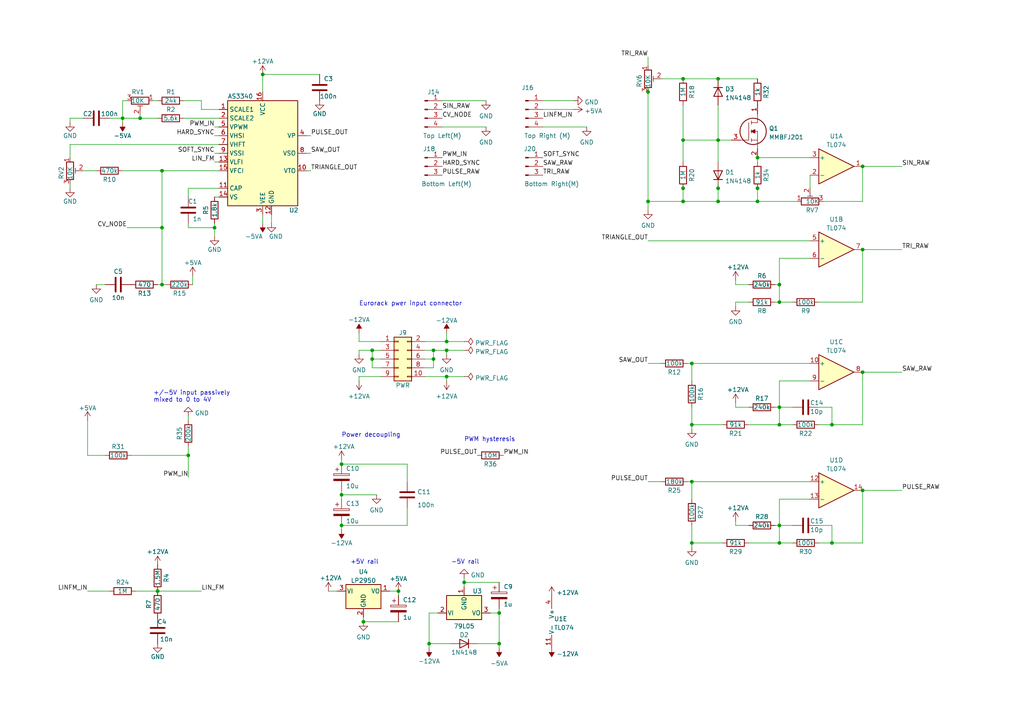
<source format=kicad_sch>
(kicad_sch (version 20211123) (generator eeschema)
  (paper "A4")
  (lib_symbols
    (symbol "Amplifier_Operational:TL074" (pin_names (offset 0.127))
      (property "Reference" "U" (at 0 5.08 0))
      (property "Value" "TL074" (at 0 -5.08 0))
      (symbol "TL074_1_1"
        (polyline (pts (xy -5.08 5.08) (xy 5.08 0) (xy -5.08 -5.08) (xy -5.08 5.08)) (stroke (width 0.254)) (fill (type background)))
        (pin output line (at 7.62 0 180) (length 2.54) (name "~") (number "1"))
        (pin input line (at -7.62 -2.54 0) (length 2.54) (name "-") (number "2"))
        (pin input line (at -7.62 2.54 0) (length 2.54) (name "+") (number "3"))
      )
      (symbol "TL074_2_1"
        (polyline (pts (xy -5.08 5.08) (xy 5.08 0) (xy -5.08 -5.08) (xy -5.08 5.08)) (stroke (width 0.254)) (fill (type background)))
        (pin input line (at -7.62 2.54 0) (length 2.54) (name "+") (number "5"))
        (pin input line (at -7.62 -2.54 0) (length 2.54) (name "-") (number "6"))
        (pin output line (at 7.62 0 180) (length 2.54) (name "~") (number "7"))
      )
      (symbol "TL074_3_1"
        (polyline (pts (xy -5.08 5.08) (xy 5.08 0) (xy -5.08 -5.08) (xy -5.08 5.08)) (stroke (width 0.254)) (fill (type background)))
        (pin input line (at -7.62 2.54 0) (length 2.54) (name "+") (number "10"))
        (pin output line (at 7.62 0 180) (length 2.54) (name "~") (number "8"))
        (pin input line (at -7.62 -2.54 0) (length 2.54) (name "-") (number "9"))
      )
      (symbol "TL074_4_1"
        (polyline (pts (xy -5.08 5.08) (xy 5.08 0) (xy -5.08 -5.08) (xy -5.08 5.08)) (stroke (width 0.254)) (fill (type background)))
        (pin input line (at -7.62 2.54 0) (length 2.54) (name "+") (number "12"))
        (pin input line (at -7.62 -2.54 0) (length 2.54) (name "-") (number "13"))
        (pin output line (at 7.62 0 180) (length 2.54) (name "~") (number "14"))
      )
      (symbol "TL074_5_1"
        (pin power_in line (at -2.54 -7.62 90) (length 3.81) (name "V-") (number "11"))
        (pin power_in line (at -2.54 7.62 270) (length 3.81) (name "V+") (number "4"))
      )
    )
    (symbol "Audio:AS3340"
      (property "Reference" "U" (at -5.08 17.78 0))
      (property "Value" "AS3340" (at 5.08 17.78 0))
      (symbol "AS3340_0_1"
        (rectangle (start -10.16 15.24) (end 10.16 -15.24) (stroke (width 0.254)) (fill (type background)))
      )
      (symbol "AS3340_1_1"
        (pin input line (at -12.7 12.7 0) (length 2.54) (name "SCALE1") (number "1"))
        (pin output line (at 12.7 -5.08 180) (length 2.54) (name "VTO") (number "10"))
        (pin passive line (at -12.7 -10.16 0) (length 2.54) (name "CAP") (number "11"))
        (pin power_in line (at 2.54 -17.78 90) (length 2.54) (name "GND") (number "12"))
        (pin input line (at -12.7 -2.54 0) (length 2.54) (name "VLFI") (number "13"))
        (pin passive line (at -12.7 -12.7 0) (length 2.54) (name "VS") (number "14"))
        (pin input line (at -12.7 -5.08 0) (length 2.54) (name "VFCI") (number "15"))
        (pin power_in line (at 0 17.78 270) (length 2.54) (name "VCC") (number "16"))
        (pin input line (at -12.7 10.16 0) (length 2.54) (name "SCALE2") (number "2"))
        (pin power_in line (at 0 -17.78 90) (length 2.54) (name "VEE") (number "3"))
        (pin output line (at 12.7 5.08 180) (length 2.54) (name "VP") (number "4"))
        (pin input line (at -12.7 7.62 0) (length 2.54) (name "VPWM") (number "5"))
        (pin input line (at -12.7 5.08 0) (length 2.54) (name "VHSI") (number "6"))
        (pin input line (at -12.7 2.54 0) (length 2.54) (name "VHFT") (number "7"))
        (pin output line (at 12.7 0 180) (length 2.54) (name "VSO") (number "8"))
        (pin input line (at -12.7 0 0) (length 2.54) (name "VSSI") (number "9"))
      )
    )
    (symbol "Connector:Conn_01x03_Male" (pin_names (offset 1.016) hide)
      (property "Reference" "J" (at 0 5.08 0))
      (property "Value" "Conn_01x03_Male" (at 0 -5.08 0))
      (symbol "Conn_01x03_Male_1_1"
        (polyline (pts (xy 1.27 -2.54) (xy 0.8636 -2.54)) (stroke (width 0.1524)))
        (polyline (pts (xy 1.27 0) (xy 0.8636 0)) (stroke (width 0.1524)))
        (polyline (pts (xy 1.27 2.54) (xy 0.8636 2.54)) (stroke (width 0.1524)))
        (rectangle (start 0.8636 -2.413) (end 0 -2.667) (stroke (width 0.1524)) (fill (type outline)))
        (rectangle (start 0.8636 0.127) (end 0 -0.127) (stroke (width 0.1524)) (fill (type outline)))
        (rectangle (start 0.8636 2.667) (end 0 2.413) (stroke (width 0.1524)) (fill (type outline)))
        (pin passive line (at 5.08 2.54 180) (length 3.81) (name "Pin_1") (number "1"))
        (pin passive line (at 5.08 0 180) (length 3.81) (name "Pin_2") (number "2"))
        (pin passive line (at 5.08 -2.54 180) (length 3.81) (name "Pin_3") (number "3"))
      )
    )
    (symbol "Connector:Conn_01x04_Male" (pin_names (offset 1.016) hide)
      (property "Reference" "J" (at 0 5.08 0))
      (property "Value" "Conn_01x04_Male" (at 0 -7.62 0))
      (symbol "Conn_01x04_Male_1_1"
        (polyline (pts (xy 1.27 -5.08) (xy 0.8636 -5.08)) (stroke (width 0.1524)))
        (polyline (pts (xy 1.27 -2.54) (xy 0.8636 -2.54)) (stroke (width 0.1524)))
        (polyline (pts (xy 1.27 0) (xy 0.8636 0)) (stroke (width 0.1524)))
        (polyline (pts (xy 1.27 2.54) (xy 0.8636 2.54)) (stroke (width 0.1524)))
        (rectangle (start 0.8636 -4.953) (end 0 -5.207) (stroke (width 0.1524)) (fill (type outline)))
        (rectangle (start 0.8636 -2.413) (end 0 -2.667) (stroke (width 0.1524)) (fill (type outline)))
        (rectangle (start 0.8636 0.127) (end 0 -0.127) (stroke (width 0.1524)) (fill (type outline)))
        (rectangle (start 0.8636 2.667) (end 0 2.413) (stroke (width 0.1524)) (fill (type outline)))
        (pin passive line (at 5.08 2.54 180) (length 3.81) (name "Pin_1") (number "1"))
        (pin passive line (at 5.08 0 180) (length 3.81) (name "Pin_2") (number "2"))
        (pin passive line (at 5.08 -2.54 180) (length 3.81) (name "Pin_3") (number "3"))
        (pin passive line (at 5.08 -5.08 180) (length 3.81) (name "Pin_4") (number "4"))
      )
    )
    (symbol "Connector_Generic:Conn_02x05_Odd_Even" (pin_names (offset 1.016) hide)
      (property "Reference" "J" (at 1.27 7.62 0))
      (property "Value" "Conn_02x05_Odd_Even" (at 1.27 -7.62 0))
      (symbol "Conn_02x05_Odd_Even_1_1"
        (rectangle (start -1.27 -4.953) (end 0 -5.207) (stroke (width 0.1524)))
        (rectangle (start -1.27 -2.413) (end 0 -2.667) (stroke (width 0.1524)))
        (rectangle (start -1.27 0.127) (end 0 -0.127) (stroke (width 0.1524)))
        (rectangle (start -1.27 2.667) (end 0 2.413) (stroke (width 0.1524)))
        (rectangle (start -1.27 5.207) (end 0 4.953) (stroke (width 0.1524)))
        (rectangle (start -1.27 6.35) (end 3.81 -6.35) (stroke (width 0.254)) (fill (type background)))
        (rectangle (start 3.81 -4.953) (end 2.54 -5.207) (stroke (width 0.1524)))
        (rectangle (start 3.81 -2.413) (end 2.54 -2.667) (stroke (width 0.1524)))
        (rectangle (start 3.81 0.127) (end 2.54 -0.127) (stroke (width 0.1524)))
        (rectangle (start 3.81 2.667) (end 2.54 2.413) (stroke (width 0.1524)))
        (rectangle (start 3.81 5.207) (end 2.54 4.953) (stroke (width 0.1524)))
        (pin passive line (at -5.08 5.08 0) (length 3.81) (name "Pin_1") (number "1"))
        (pin passive line (at 7.62 -5.08 180) (length 3.81) (name "Pin_10") (number "10"))
        (pin passive line (at 7.62 5.08 180) (length 3.81) (name "Pin_2") (number "2"))
        (pin passive line (at -5.08 2.54 0) (length 3.81) (name "Pin_3") (number "3"))
        (pin passive line (at 7.62 2.54 180) (length 3.81) (name "Pin_4") (number "4"))
        (pin passive line (at -5.08 0 0) (length 3.81) (name "Pin_5") (number "5"))
        (pin passive line (at 7.62 0 180) (length 3.81) (name "Pin_6") (number "6"))
        (pin passive line (at -5.08 -2.54 0) (length 3.81) (name "Pin_7") (number "7"))
        (pin passive line (at 7.62 -2.54 180) (length 3.81) (name "Pin_8") (number "8"))
        (pin passive line (at -5.08 -5.08 0) (length 3.81) (name "Pin_9") (number "9"))
      )
    )
    (symbol "Device:C" (pin_numbers hide) (pin_names (offset 0.254))
      (property "Reference" "C" (at 0.635 2.54 0))
      (property "Value" "C" (at 0.635 -2.54 0))
      (symbol "C_0_1"
        (polyline (pts (xy -2.032 -0.762) (xy 2.032 -0.762)) (stroke (width 0.508)))
        (polyline (pts (xy -2.032 0.762) (xy 2.032 0.762)) (stroke (width 0.508)))
      )
      (symbol "C_1_1"
        (pin passive line (at 0 3.81 270) (length 2.794) (name "~") (number "1"))
        (pin passive line (at 0 -3.81 90) (length 2.794) (name "~") (number "2"))
      )
    )
    (symbol "Device:C_Polarized" (pin_numbers hide) (pin_names (offset 0.254))
      (property "Reference" "C" (at 0.635 2.54 0))
      (property "Value" "C_Polarized" (at 0.635 -2.54 0))
      (symbol "C_Polarized_0_1"
        (rectangle (start -2.286 0.508) (end 2.286 1.016))
        (polyline (pts (xy -1.778 2.286) (xy -0.762 2.286)))
        (polyline (pts (xy -1.27 2.794) (xy -1.27 1.778)))
        (rectangle (start 2.286 -0.508) (end -2.286 -1.016) (fill (type outline)))
      )
      (symbol "C_Polarized_1_1"
        (pin passive line (at 0 3.81 270) (length 2.794) (name "~") (number "1"))
        (pin passive line (at 0 -3.81 90) (length 2.794) (name "~") (number "2"))
      )
    )
    (symbol "Device:R" (pin_numbers hide) (pin_names (offset 0))
      (property "Reference" "R" (at 2.032 0 90))
      (property "Value" "R" (at 0 0 90))
      (symbol "R_0_1"
        (rectangle (start -1.016 -2.54) (end 1.016 2.54) (stroke (width 0.254)))
      )
      (symbol "R_1_1"
        (pin passive line (at 0 3.81 270) (length 1.27) (name "~") (number "1"))
        (pin passive line (at 0 -3.81 90) (length 1.27) (name "~") (number "2"))
      )
    )
    (symbol "Device:R_Potentiometer_Trim" (pin_names (offset 1.016) hide)
      (property "Reference" "RV" (at -4.445 0 90))
      (property "Value" "R_Potentiometer_Trim" (at -2.54 0 90))
      (symbol "R_Potentiometer_Trim_0_1"
        (polyline (pts (xy 1.524 0.762) (xy 1.524 -0.762)))
        (polyline (pts (xy 2.54 0) (xy 1.524 0)))
        (rectangle (start 1.016 2.54) (end -1.016 -2.54) (stroke (width 0.254)))
      )
      (symbol "R_Potentiometer_Trim_1_1"
        (pin passive line (at 0 3.81 270) (length 1.27) (name "1") (number "1"))
        (pin passive line (at 3.81 0 180) (length 1.27) (name "2") (number "2"))
        (pin passive line (at 0 -3.81 90) (length 1.27) (name "3") (number "3"))
      )
    )
    (symbol "Diode:1N4148" (pin_numbers hide) (pin_names (offset 1.016) hide)
      (property "Reference" "D" (at 0 2.54 0))
      (property "Value" "1N4148" (at 0 -2.54 0))
      (symbol "1N4148_0_1"
        (polyline (pts (xy -1.27 1.27) (xy -1.27 -1.27)) (stroke (width 0.254)))
        (polyline (pts (xy 1.27 0) (xy -1.27 0)))
        (polyline (pts (xy 1.27 1.27) (xy 1.27 -1.27) (xy -1.27 0) (xy 1.27 1.27)) (stroke (width 0.254)))
      )
      (symbol "1N4148_1_1"
        (pin passive line (at -3.81 0 0) (length 2.54) (name "K") (number "1"))
        (pin passive line (at 3.81 0 180) (length 2.54) (name "A") (number "2"))
      )
    )
    (symbol "Regulator_Linear:L79L05_TO92" (pin_names (offset 0.254))
      (property "Reference" "U" (at -3.81 -3.175 0))
      (property "Value" "L79L05_TO92" (at 0 -3.175 0))
      (symbol "L79L05_TO92_0_1"
        (rectangle (start -5.08 5.08) (end 5.08 -1.905) (stroke (width 0.254)) (fill (type background)))
      )
      (symbol "L79L05_TO92_1_1"
        (pin power_in line (at 0 7.62 270) (length 2.54) (name "GND") (number "1"))
        (pin power_in line (at -7.62 0 0) (length 2.54) (name "VI") (number "2"))
        (pin power_out line (at 7.62 0 180) (length 2.54) (name "VO") (number "3"))
      )
    )
    (symbol "Regulator_Linear:LP2950-3.0_TO92" (pin_names (offset 0.254))
      (property "Reference" "U" (at -3.81 3.175 0))
      (property "Value" "LP2950-3.0_TO92" (at 0 3.175 0))
      (symbol "LP2950-3.0_TO92_0_1"
        (rectangle (start -5.08 -5.08) (end 5.08 1.905) (stroke (width 0.254)) (fill (type background)))
      )
      (symbol "LP2950-3.0_TO92_1_1"
        (pin power_out line (at 7.62 0 180) (length 2.54) (name "VO") (number "1"))
        (pin power_in line (at 0 -7.62 90) (length 2.54) (name "GND") (number "2"))
        (pin power_in line (at -7.62 0 0) (length 2.54) (name "VI") (number "3"))
      )
    )
    (symbol "SamacSys_Parts:MMBFJ201" (pin_names (offset 0.762))
      (property "Reference" "Q" (at 11.43 3.81 0))
      (property "Value" "MMBFJ201" (at 11.43 1.27 0))
      (symbol "MMBFJ201_0_0"
        (pin passive line (at 7.62 10.16 270) (length 2.54) (name "~") (number "1"))
        (pin passive line (at 7.62 -5.08 90) (length 2.54) (name "~") (number "2"))
        (pin passive line (at 0 0 0) (length 2.54) (name "~") (number "3"))
      )
      (symbol "MMBFJ201_0_1"
        (polyline (pts (xy 5.842 -0.508) (xy 5.842 0.508)) (stroke (width 0.1524)))
        (polyline (pts (xy 5.842 0) (xy 7.62 0)) (stroke (width 0.1524)))
        (polyline (pts (xy 5.842 2.032) (xy 5.842 3.048)) (stroke (width 0.1524)))
        (polyline (pts (xy 5.842 5.588) (xy 5.842 4.572)) (stroke (width 0.1524)))
        (polyline (pts (xy 7.62 2.54) (xy 5.842 2.54)) (stroke (width 0.1524)))
        (polyline (pts (xy 7.62 2.54) (xy 7.62 -2.54)) (stroke (width 0.1524)))
        (polyline (pts (xy 7.62 5.08) (xy 5.842 5.08)) (stroke (width 0.1524)))
        (polyline (pts (xy 7.62 5.08) (xy 7.62 7.62)) (stroke (width 0.1524)))
        (polyline (pts (xy 2.54 0) (xy 5.08 0) (xy 5.08 5.08)) (stroke (width 0.1524)))
        (polyline (pts (xy 5.842 2.54) (xy 6.858 3.048) (xy 6.858 2.032) (xy 5.842 2.54)) (stroke (width 0.254)) (fill (type outline)))
        (circle (center 6.35 2.54) (radius 3.81) (stroke (width 0.254)))
      )
    )
    (symbol "power:+12VA" (power) (pin_names (offset 0))
      (property "Value" "+12VA" (at 0 3.556 0))
      (symbol "+12VA_0_1"
        (polyline (pts (xy -0.762 1.27) (xy 0 2.54)))
        (polyline (pts (xy 0 0) (xy 0 2.54)))
        (polyline (pts (xy 0 2.54) (xy 0.762 1.27)))
      )
      (symbol "+12VA_1_1"
        (pin power_in line (at 0 0 90) (length 0) hide (name "+12VA") (number "1"))
      )
    )
    (symbol "power:+5VA" (power) (pin_names (offset 0))
      (property "Value" "+5VA" (at 0 3.556 0))
      (symbol "+5VA_0_1"
        (polyline (pts (xy -0.762 1.27) (xy 0 2.54)))
        (polyline (pts (xy 0 0) (xy 0 2.54)))
        (polyline (pts (xy 0 2.54) (xy 0.762 1.27)))
      )
      (symbol "+5VA_1_1"
        (pin power_in line (at 0 0 90) (length 0) hide (name "+5VA") (number "1"))
      )
    )
    (symbol "power:-12VA" (power) (pin_names (offset 0))
      (property "Value" "-12VA" (at 0 3.556 0))
      (symbol "-12VA_0_0"
        (pin power_in line (at 0 0 90) (length 0) hide (name "-12VA") (number "1"))
      )
      (symbol "-12VA_0_1"
        (polyline (pts (xy 0 0) (xy 0 1.27) (xy 0.762 1.27) (xy 0 2.54) (xy -0.762 1.27) (xy 0 1.27)) (fill (type outline)))
      )
    )
    (symbol "power:-5VA" (power) (pin_names (offset 0))
      (property "Value" "-5VA" (at 0 3.81 0))
      (symbol "-5VA_0_0"
        (pin power_in line (at 0 0 90) (length 0) hide (name "-5VA") (number "1"))
      )
      (symbol "-5VA_0_1"
        (polyline (pts (xy 0 0) (xy 0 1.27) (xy 0.762 1.27) (xy 0 2.54) (xy -0.762 1.27) (xy 0 1.27)) (fill (type outline)))
      )
    )
    (symbol "power:GND" (power) (pin_names (offset 0))
      (property "Value" "GND" (at 0 -3.81 0))
      (symbol "GND_0_1"
        (polyline (pts (xy 0 0) (xy 0 -1.27) (xy 1.27 -1.27) (xy 0 -2.54) (xy -1.27 -1.27) (xy 0 -1.27)))
      )
      (symbol "GND_1_1"
        (pin power_in line (at 0 0 270) (length 0) hide (name "GND") (number "1"))
      )
    )
    (symbol "power:PWR_FLAG" (power) (pin_numbers hide) (pin_names (offset 0) hide)
      (property "Value" "PWR_FLAG" (at 0 3.81 0))
      (symbol "PWR_FLAG_0_0"
        (pin power_out line (at 0 0 90) (length 0) (name "pwr") (number "1"))
      )
      (symbol "PWR_FLAG_0_1"
        (polyline (pts (xy 0 0) (xy 0 1.27) (xy -1.016 1.905) (xy 0 2.54) (xy 1.016 1.905) (xy 0 1.27)))
      )
    )
  )
  (junction (at 200.66 139.7))
  (junction (at 219.71 54.61))
  (junction (at 107.95 104.14))
  (junction (at 129.54 109.22))
  (junction (at 208.28 22.86))
  (junction (at 62.23 66.04))
  (junction (at 226.06 82.55))
  (junction (at 46.99 82.55))
  (junction (at 134.62 168.91))
  (junction (at 208.28 54.61))
  (junction (at 250.19 48.26))
  (junction (at 40.64 34.29))
  (junction (at 208.28 40.64))
  (junction (at 99.06 152.4))
  (junction (at 226.06 87.63))
  (junction (at 226.06 152.4))
  (junction (at 129.54 101.6))
  (junction (at 125.73 104.14))
  (junction (at 187.96 58.42))
  (junction (at 219.71 58.42))
  (junction (at 144.78 177.8))
  (junction (at 125.73 101.6))
  (junction (at 99.06 143.51))
  (junction (at 200.66 157.48))
  (junction (at 250.19 107.95))
  (junction (at 219.71 45.72))
  (junction (at 198.12 54.61))
  (junction (at 144.78 186.69))
  (junction (at 99.06 134.62))
  (junction (at 241.3 157.48))
  (junction (at 226.06 157.48))
  (junction (at 250.19 142.24))
  (junction (at 198.12 40.64))
  (junction (at 115.57 171.45))
  (junction (at 54.61 132.08))
  (junction (at 124.46 186.69))
  (junction (at 46.99 49.53))
  (junction (at 226.06 118.11))
  (junction (at 129.54 99.06))
  (junction (at 200.66 105.41))
  (junction (at 105.41 180.34))
  (junction (at 208.28 58.42))
  (junction (at 45.72 171.45))
  (junction (at 76.2 21.59))
  (junction (at 187.96 26.67))
  (junction (at 107.95 101.6))
  (junction (at 35.56 34.29))
  (junction (at 241.3 123.19))
  (junction (at 200.66 123.19))
  (junction (at 250.19 72.39))
  (junction (at 46.99 66.04))
  (junction (at 226.06 123.19))
  (junction (at 198.12 58.42))
  (junction (at 198.12 22.86))
  (wire (pts (xy 234.95 144.78) (xy 226.06 144.78)))
  (wire (pts (xy 213.36 81.28) (xy 213.36 82.55)))
  (wire (pts (xy 198.12 22.86) (xy 208.28 22.86)))
  (wire (pts (xy 187.96 26.67) (xy 187.96 58.42)))
  (wire (pts (xy 241.3 157.48) (xy 250.19 157.48)))
  (wire (pts (xy 46.99 49.53) (xy 46.99 66.04)))
  (wire (pts (xy 144.78 177.8) (xy 144.78 186.69)))
  (wire (pts (xy 104.14 109.22) (xy 104.14 110.49)))
  (wire (pts (xy 157.48 31.75) (xy 166.37 31.75)))
  (wire (pts (xy 107.95 106.68) (xy 110.49 106.68)))
  (wire (pts (xy 53.34 34.29) (xy 63.5 34.29)))
  (wire (pts (xy 44.45 29.21) (xy 45.72 29.21)))
  (wire (pts (xy 25.4 121.92) (xy 25.4 132.08)))
  (wire (pts (xy 129.54 102.87) (xy 129.54 101.6)))
  (wire (pts (xy 226.06 144.78) (xy 226.06 152.4)))
  (wire (pts (xy 187.96 69.85) (xy 234.95 69.85)))
  (wire (pts (xy 250.19 48.26) (xy 250.19 58.42)))
  (wire (pts (xy 250.19 123.19) (xy 250.19 107.95)))
  (wire (pts (xy 107.95 101.6) (xy 107.95 104.14)))
  (wire (pts (xy 46.99 66.04) (xy 46.99 82.55)))
  (wire (pts (xy 123.19 109.22) (xy 129.54 109.22)))
  (wire (pts (xy 250.19 72.39) (xy 261.62 72.39)))
  (wire (pts (xy 40.64 34.29) (xy 45.72 34.29)))
  (wire (pts (xy 107.95 101.6) (xy 104.14 101.6)))
  (wire (pts (xy 54.61 132.08) (xy 54.61 138.43)))
  (wire (pts (xy 35.56 29.21) (xy 36.83 29.21)))
  (wire (pts (xy 250.19 142.24) (xy 250.19 157.48)))
  (wire (pts (xy 213.36 87.63) (xy 217.17 87.63)))
  (wire (pts (xy 241.3 123.19) (xy 250.19 123.19)))
  (wire (pts (xy 217.17 82.55) (xy 213.36 82.55)))
  (wire (pts (xy 62.23 46.99) (xy 63.5 46.99)))
  (wire (pts (xy 88.9 44.45) (xy 90.17 44.45)))
  (wire (pts (xy 208.28 30.48) (xy 208.28 40.64)))
  (wire (pts (xy 99.06 153.67) (xy 99.06 152.4)))
  (wire (pts (xy 200.66 157.48) (xy 200.66 158.75)))
  (wire (pts (xy 129.54 101.6) (xy 134.62 101.6)))
  (wire (pts (xy 198.12 40.64) (xy 208.28 40.64)))
  (wire (pts (xy 54.61 57.15) (xy 54.61 54.61)))
  (wire (pts (xy 226.06 118.11) (xy 229.87 118.11)))
  (wire (pts (xy 134.62 168.91) (xy 134.62 170.18)))
  (wire (pts (xy 118.11 134.62) (xy 118.11 139.7)))
  (wire (pts (xy 226.06 74.93) (xy 226.06 82.55)))
  (wire (pts (xy 110.49 99.06) (xy 104.14 99.06)))
  (wire (pts (xy 219.71 58.42) (xy 231.14 58.42)))
  (wire (pts (xy 157.48 29.21) (xy 166.37 29.21)))
  (wire (pts (xy 58.42 29.21) (xy 58.42 31.75)))
  (wire (pts (xy 88.9 49.53) (xy 90.17 49.53)))
  (wire (pts (xy 200.66 139.7) (xy 234.95 139.7)))
  (wire (pts (xy 99.06 133.35) (xy 99.06 134.62)))
  (wire (pts (xy 191.77 22.86) (xy 198.12 22.86)))
  (wire (pts (xy 129.54 109.22) (xy 134.62 109.22)))
  (wire (pts (xy 138.43 186.69) (xy 144.78 186.69)))
  (wire (pts (xy 198.12 58.42) (xy 208.28 58.42)))
  (wire (pts (xy 24.13 34.29) (xy 20.32 34.29)))
  (wire (pts (xy 226.06 152.4) (xy 229.87 152.4)))
  (wire (pts (xy 219.71 54.61) (xy 219.71 58.42)))
  (wire (pts (xy 219.71 45.72) (xy 219.71 46.99)))
  (wire (pts (xy 200.66 139.7) (xy 200.66 144.78)))
  (wire (pts (xy 250.19 107.95) (xy 261.62 107.95)))
  (wire (pts (xy 198.12 30.48) (xy 198.12 40.64)))
  (wire (pts (xy 129.54 99.06) (xy 134.62 99.06)))
  (wire (pts (xy 226.06 157.48) (xy 229.87 157.48)))
  (wire (pts (xy 198.12 54.61) (xy 198.12 58.42)))
  (wire (pts (xy 78.74 64.77) (xy 78.74 62.23)))
  (wire (pts (xy 125.73 106.68) (xy 125.73 104.14)))
  (wire (pts (xy 208.28 40.64) (xy 212.09 40.64)))
  (wire (pts (xy 200.66 152.4) (xy 200.66 157.48)))
  (wire (pts (xy 224.79 118.11) (xy 226.06 118.11)))
  (wire (pts (xy 99.06 152.4) (xy 118.11 152.4)))
  (wire (pts (xy 62.23 36.83) (xy 63.5 36.83)))
  (wire (pts (xy 104.14 101.6) (xy 104.14 102.87)))
  (wire (pts (xy 226.06 87.63) (xy 224.79 87.63)))
  (wire (pts (xy 237.49 87.63) (xy 250.19 87.63)))
  (wire (pts (xy 35.56 34.29) (xy 40.64 34.29)))
  (wire (pts (xy 226.06 110.49) (xy 234.95 110.49)))
  (wire (pts (xy 129.54 101.6) (xy 125.73 101.6)))
  (wire (pts (xy 54.61 54.61) (xy 63.5 54.61)))
  (wire (pts (xy 250.19 142.24) (xy 261.62 142.24)))
  (wire (pts (xy 226.06 110.49) (xy 226.06 118.11)))
  (wire (pts (xy 144.78 177.8) (xy 142.24 177.8)))
  (wire (pts (xy 46.99 82.55) (xy 45.72 82.55)))
  (wire (pts (xy 250.19 48.26) (xy 261.62 48.26)))
  (wire (pts (xy 187.96 139.7) (xy 191.77 139.7)))
  (wire (pts (xy 226.06 87.63) (xy 229.87 87.63)))
  (wire (pts (xy 24.13 49.53) (xy 27.94 49.53)))
  (wire (pts (xy 76.2 21.59) (xy 76.2 26.67)))
  (wire (pts (xy 88.9 39.37) (xy 90.17 39.37)))
  (wire (pts (xy 129.54 96.52) (xy 129.54 99.06)))
  (wire (pts (xy 54.61 66.04) (xy 62.23 66.04)))
  (wire (pts (xy 241.3 157.48) (xy 237.49 157.48)))
  (wire (pts (xy 129.54 109.22) (xy 129.54 110.49)))
  (wire (pts (xy 226.06 118.11) (xy 226.06 123.19)))
  (wire (pts (xy 208.28 40.64) (xy 208.28 46.99)))
  (wire (pts (xy 128.27 36.83) (xy 140.97 36.83)))
  (wire (pts (xy 40.64 34.29) (xy 40.64 33.02)))
  (wire (pts (xy 124.46 177.8) (xy 124.46 186.69)))
  (wire (pts (xy 113.03 171.45) (xy 115.57 171.45)))
  (wire (pts (xy 208.28 53.34) (xy 208.28 54.61)))
  (wire (pts (xy 20.32 41.91) (xy 20.32 45.72)))
  (wire (pts (xy 110.49 104.14) (xy 107.95 104.14)))
  (wire (pts (xy 54.61 120.65) (xy 54.61 121.92)))
  (wire (pts (xy 226.06 82.55) (xy 226.06 87.63)))
  (wire (pts (xy 200.66 123.19) (xy 200.66 124.46)))
  (wire (pts (xy 187.96 25.4) (xy 187.96 26.67)))
  (wire (pts (xy 115.57 171.45) (xy 115.57 172.72)))
  (wire (pts (xy 107.95 104.14) (xy 107.95 106.68)))
  (wire (pts (xy 237.49 152.4) (xy 241.3 152.4)))
  (wire (pts (xy 99.06 143.51) (xy 99.06 142.24)))
  (wire (pts (xy 226.06 74.93) (xy 234.95 74.93)))
  (wire (pts (xy 105.41 179.07) (xy 105.41 180.34)))
  (wire (pts (xy 219.71 53.34) (xy 219.71 54.61)))
  (wire (pts (xy 157.48 36.83) (xy 170.18 36.83)))
  (wire (pts (xy 241.3 118.11) (xy 241.3 123.19)))
  (wire (pts (xy 63.5 57.15) (xy 62.23 57.15)))
  (wire (pts (xy 219.71 45.72) (xy 234.95 45.72)))
  (wire (pts (xy 38.1 132.08) (xy 54.61 132.08)))
  (wire (pts (xy 124.46 186.69) (xy 124.46 187.96)))
  (wire (pts (xy 187.96 58.42) (xy 187.96 60.96)))
  (wire (pts (xy 31.75 34.29) (xy 35.56 34.29)))
  (wire (pts (xy 30.48 132.08) (xy 25.4 132.08)))
  (wire (pts (xy 124.46 186.69) (xy 130.81 186.69)))
  (wire (pts (xy 226.06 152.4) (xy 226.06 157.48)))
  (wire (pts (xy 125.73 104.14) (xy 125.73 101.6)))
  (wire (pts (xy 213.36 87.63) (xy 213.36 88.9)))
  (wire (pts (xy 198.12 40.64) (xy 198.12 46.99)))
  (wire (pts (xy 20.32 41.91) (xy 63.5 41.91)))
  (wire (pts (xy 144.78 186.69) (xy 144.78 187.96)))
  (wire (pts (xy 224.79 152.4) (xy 226.06 152.4)))
  (wire (pts (xy 35.56 35.56) (xy 35.56 34.29)))
  (wire (pts (xy 62.23 66.04) (xy 62.23 64.77)))
  (wire (pts (xy 129.54 99.06) (xy 123.19 99.06)))
  (wire (pts (xy 123.19 101.6) (xy 125.73 101.6)))
  (wire (pts (xy 200.66 157.48) (xy 209.55 157.48)))
  (wire (pts (xy 110.49 101.6) (xy 107.95 101.6)))
  (wire (pts (xy 234.95 50.8) (xy 234.95 54.61)))
  (wire (pts (xy 105.41 180.34) (xy 115.57 180.34)))
  (wire (pts (xy 241.3 123.19) (xy 237.49 123.19)))
  (wire (pts (xy 20.32 53.34) (xy 20.32 54.61)))
  (wire (pts (xy 199.39 139.7) (xy 200.66 139.7)))
  (wire (pts (xy 187.96 16.51) (xy 187.96 19.05)))
  (wire (pts (xy 187.96 105.41) (xy 191.77 105.41)))
  (wire (pts (xy 144.78 176.53) (xy 144.78 177.8)))
  (wire (pts (xy 217.17 152.4) (xy 213.36 152.4)))
  (wire (pts (xy 208.28 58.42) (xy 219.71 58.42)))
  (wire (pts (xy 127 177.8) (xy 124.46 177.8)))
  (wire (pts (xy 36.83 66.04) (xy 46.99 66.04)))
  (wire (pts (xy 134.62 168.91) (xy 144.78 168.91)))
  (wire (pts (xy 224.79 82.55) (xy 226.06 82.55)))
  (wire (pts (xy 237.49 118.11) (xy 241.3 118.11)))
  (wire (pts (xy 198.12 53.34) (xy 198.12 54.61)))
  (wire (pts (xy 200.66 123.19) (xy 209.55 123.19)))
  (wire (pts (xy 35.56 49.53) (xy 46.99 49.53)))
  (wire (pts (xy 104.14 99.06) (xy 104.14 96.52)))
  (wire (pts (xy 208.28 22.86) (xy 219.71 22.86)))
  (wire (pts (xy 200.66 105.41) (xy 234.95 105.41)))
  (wire (pts (xy 62.23 39.37) (xy 63.5 39.37)))
  (wire (pts (xy 58.42 29.21) (xy 53.34 29.21)))
  (wire (pts (xy 226.06 157.48) (xy 217.17 157.48)))
  (wire (pts (xy 187.96 58.42) (xy 198.12 58.42)))
  (wire (pts (xy 134.62 167.64) (xy 134.62 168.91)))
  (wire (pts (xy 35.56 29.21) (xy 35.56 34.29)))
  (wire (pts (xy 226.06 123.19) (xy 229.87 123.19)))
  (wire (pts (xy 110.49 109.22) (xy 104.14 109.22)))
  (wire (pts (xy 62.23 68.58) (xy 62.23 66.04)))
  (wire (pts (xy 62.23 44.45) (xy 63.5 44.45)))
  (wire (pts (xy 54.61 129.54) (xy 54.61 132.08)))
  (wire (pts (xy 76.2 21.59) (xy 92.71 21.59)))
  (wire (pts (xy 123.19 104.14) (xy 125.73 104.14)))
  (wire (pts (xy 39.37 171.45) (xy 45.72 171.45)))
  (wire (pts (xy 213.36 116.84) (xy 213.36 118.11)))
  (wire (pts (xy 46.99 49.53) (xy 63.5 49.53)))
  (wire (pts (xy 118.11 147.32) (xy 118.11 152.4)))
  (wire (pts (xy 58.42 31.75) (xy 63.5 31.75)))
  (wire (pts (xy 54.61 66.04) (xy 54.61 64.77)))
  (wire (pts (xy 95.25 171.45) (xy 97.79 171.45)))
  (wire (pts (xy 226.06 123.19) (xy 217.17 123.19)))
  (wire (pts (xy 200.66 105.41) (xy 200.66 110.49)))
  (wire (pts (xy 55.88 80.01) (xy 55.88 82.55)))
  (wire (pts (xy 109.22 143.51) (xy 99.06 143.51)))
  (wire (pts (xy 27.94 82.55) (xy 30.48 82.55)))
  (wire (pts (xy 213.36 151.13) (xy 213.36 152.4)))
  (wire (pts (xy 99.06 134.62) (xy 118.11 134.62)))
  (wire (pts (xy 99.06 143.51) (xy 99.06 144.78)))
  (wire (pts (xy 20.32 34.29) (xy 20.32 35.56)))
  (wire (pts (xy 48.26 82.55) (xy 46.99 82.55)))
  (wire (pts (xy 123.19 106.68) (xy 125.73 106.68)))
  (wire (pts (xy 208.28 54.61) (xy 208.28 58.42)))
  (wire (pts (xy 199.39 105.41) (xy 200.66 105.41)))
  (wire (pts (xy 200.66 118.11) (xy 200.66 123.19)))
  (wire (pts (xy 31.75 171.45) (xy 25.4 171.45)))
  (wire (pts (xy 241.3 152.4) (xy 241.3 157.48)))
  (wire (pts (xy 238.76 58.42) (xy 250.19 58.42)))
  (wire (pts (xy 45.72 171.45) (xy 58.42 171.45)))
  (wire (pts (xy 128.27 29.21) (xy 140.97 29.21)))
  (wire (pts (xy 217.17 118.11) (xy 213.36 118.11)))
  (wire (pts (xy 250.19 87.63) (xy 250.19 72.39)))
  (wire (pts (xy 76.2 62.23) (xy 76.2 64.77)))
  (text "Power decoupling" (at 99.06 127 0) (effects (font (size 1.27 1.27)) (justify left bottom)))
  (text "+/-5V input passively \nmixed to 0 to 4V" (at 44.45 116.84 0) (effects (font (size 1.27 1.27)) (justify left bottom)))
  (text "Eurorack pwer input connector" (at 104.14 88.9 0) (effects (font (size 1.27 1.27)) (justify left bottom)))
  (text "+5V rail\n" (at 101.6 163.83 0) (effects (font (size 1.27 1.27)) (justify left bottom)))
  (text "PWM hysteresis" (at 134.62 128.27 0) (effects (font (size 1.27 1.27)) (justify left bottom)))
  (text "-5V rail" (at 130.81 163.83 0) (effects (font (size 1.27 1.27)) (justify left bottom)))
  (label "PULSE_OUT" (at 90.17 39.37 0))
  (label "CV_NODE" (at 128.27 34.29 0))
  (label "PWM_IN" (at 62.23 36.83 180))
  (label "SOFT_SYNC" (at 157.48 45.72 0))
  (label "LIN_FM" (at 58.42 171.45 0))
  (label "TRI_RAW" (at 187.96 16.51 180))
  (label "TRIANGLE_OUT" (at 187.96 69.85 180))
  (label "SAW_OUT" (at 187.96 105.41 180))
  (label "CV_NODE" (at 36.83 66.04 180))
  (label "PWM_IN" (at 128.27 45.72 0))
  (label "PULSE_RAW" (at 261.62 142.24 0))
  (label "PWM_IN" (at 54.61 138.43 180))
  (label "SIN_RAW" (at 128.27 31.75 0))
  (label "PULSE_RAW" (at 128.27 50.8 0))
  (label "PULSE_OUT" (at 138.43 132.08 180))
  (label "SIN_RAW" (at 261.62 48.26 0))
  (label "LINFM_IN" (at 157.48 34.29 0))
  (label "HARD_SYNC" (at 128.27 48.26 0))
  (label "PULSE_OUT" (at 187.96 139.7 180))
  (label "LIN_FM" (at 62.23 46.99 180))
  (label "PWM_IN" (at 146.05 132.08 0))
  (label "TRIANGLE_OUT" (at 90.17 49.53 0))
  (label "TRI_RAW" (at 261.62 72.39 0))
  (label "SAW_RAW" (at 261.62 107.95 0))
  (label "SAW_OUT" (at 90.17 44.45 0))
  (label "LINFM_IN" (at 25.4 171.45 180))
  (label "SOFT_SYNC" (at 62.23 44.45 180))
  (label "HARD_SYNC" (at 62.23 39.37 180))
  (label "SAW_RAW" (at 157.48 48.26 0))
  (label "TRI_RAW" (at 157.48 50.8 0))
  (symbol (lib_id "power:GND") (at 105.41 180.34 0) (unit 1)
    (property "Reference" "#PWR0104" (effects hide))
    (property "Value" "GND" (at 105.41 184.7834 0))
  )
  (symbol (lib_id "Device:R") (at 52.07 82.55 90) (unit 1)
    (property "Reference" "R15" (at 52.07 85.09 90))
    (property "Value" "220k" (at 52.07 82.55 90))
    (property "Footprint" "Resistor_THT:R_Axial_DIN0207_L6.3mm_D2.5mm_P7.62mm_Horizontal" (effects hide))
  )
  (symbol (lib_id "Regulator_Linear:L79L05_TO92") (at 134.62 177.8 0) (unit 1)
    (property "Reference" "U3" (at 138.43 171.45 0))
    (property "Value" "79L05" (at 134.62 181.61 0))
    (property "Footprint" "Package_TO_SOT_THT:TO-92_Inline" (effects hide))
    (property "Datasheet" "http://www.farnell.com/datasheets/1827870.pdf" (effects hide))
  )
  (symbol (lib_id "power:GND") (at 45.72 186.69 0) (unit 1)
    (property "Reference" "#PWR0135" (effects hide))
    (property "Value" "GND" (at 45.72 190.5 0))
  )
  (symbol (lib_id "Device:C") (at 54.61 60.96 0) (unit 1)
    (property "Reference" "C1" (at 55.88 58.42 0))
    (property "Value" "1n" (at 57.15 63.5 0))
    (property "Footprint" "Capacitor_THT:C_Rect_L4.6mm_W2.0mm_P2.50mm_MKS02_FKP02" (effects hide))
  )
  (symbol (lib_id "power:GND") (at 140.97 29.21 0) (unit 1)
    (property "Reference" "#PWR0120" (effects hide))
    (property "Value" "GND" (at 140.97 33.6534 0))
  )
  (symbol (lib_id "Connector:Conn_01x03_Male") (at 123.19 48.26 0) (unit 1)
    (property "Reference" "J18" (at 124.46 43.18 0))
    (property "Value" "Bottom Left(M)" (at 129.54 53.34 0))
    (property "Footprint" "Connector_PinHeader_2.54mm:PinHeader_1x03_P2.54mm_Vertical" (effects hide))
  )
  (symbol (lib_id "Device:C") (at 27.94 34.29 90) (unit 1)
    (property "Reference" "C2" (at 25.4 33.02 90))
    (property "Value" "100n" (at 31.75 33.02 90))
    (property "Footprint" "Capacitor_THT:C_Rect_L4.6mm_W3.0mm_P2.50mm_MKS02_FKP02" (effects hide))
  )
  (symbol (lib_id "power:+12VA") (at 160.02 172.72 0) (unit 1)
    (property "Reference" "#PWR0141" (effects hide))
    (property "Value" "+12VA" (at 161.417 171.8838 0) (effects (justify left)))
  )
  (symbol (lib_id "Diode:1N4148") (at 208.28 50.8 90) (unit 1)
    (property "Reference" "D1" (at 210.312 49.9653 90) (effects (justify right)))
    (property "Value" "1N4148" (at 210.312 52.5022 90) (effects (justify right)))
    (property "Footprint" "Diode_THT:D_DO-35_SOD27_P7.62mm_Horizontal" (effects hide))
    (property "Datasheet" "https://assets.nexperia.com/documents/data-sheet/1N4148_1N4448.pdf" (effects hide))
  )
  (symbol (lib_id "power:GND") (at 104.14 102.87 0) (unit 1)
    (property "Reference" "#PWR0110" (effects hide))
    (property "Value" "GND" (at 104.14 107.3134 0))
  )
  (symbol (lib_id "Device:C") (at 34.29 82.55 270) (unit 1)
    (property "Reference" "C5" (at 34.29 78.74 90))
    (property "Value" "10n" (at 34.29 86.36 90))
    (property "Footprint" "Capacitor_THT:C_Rect_L4.6mm_W3.0mm_P2.50mm_MKS02_FKP02" (effects hide))
  )
  (symbol (lib_id "power:-12VA") (at 99.06 153.67 180) (unit 1)
    (property "Reference" "#PWR0101" (effects hide))
    (property "Value" "-12VA" (at 99.06 157.48 0))
  )
  (symbol (lib_id "power:+5VA") (at 25.4 121.92 0) (unit 1)
    (property "Reference" "#PWR0108" (effects hide))
    (property "Value" "+5VA" (at 25.4 118.3442 0))
  )
  (symbol (lib_id "Amplifier_Operational:TL074") (at 242.57 72.39 0) (unit 2)
    (property "Reference" "U1" (at 242.57 63.6102 0))
    (property "Value" "TL074" (at 242.57 66.1471 0))
    (property "Footprint" "Package_DIP:DIP-14_W7.62mm_LongPads" (effects hide))
    (property "Datasheet" "http://www.ti.com/lit/ds/symlink/tl071.pdf" (effects hide))
  )
  (symbol (lib_id "Device:R") (at 31.75 49.53 90) (unit 1)
    (property "Reference" "R10" (at 31.75 52.07 90))
    (property "Value" "470k" (at 31.75 49.53 90))
    (property "Footprint" "Resistor_THT:R_Axial_DIN0207_L6.3mm_D2.5mm_P7.62mm_Horizontal" (effects hide))
  )
  (symbol (lib_id "Device:R") (at 219.71 50.8 0) (unit 1)
    (property "Reference" "R34" (at 222.25 50.8 90))
    (property "Value" "1k" (at 219.71 50.8 90))
    (property "Footprint" "Resistor_THT:R_Axial_DIN0207_L6.3mm_D2.5mm_P7.62mm_Horizontal" (effects hide))
  )
  (symbol (lib_id "Device:R") (at 233.68 87.63 270) (unit 1)
    (property "Reference" "R9" (at 233.68 90.17 90))
    (property "Value" "100k" (at 233.68 87.63 90))
    (property "Footprint" "Resistor_THT:R_Axial_DIN0207_L6.3mm_D2.5mm_P7.62mm_Horizontal" (effects hide))
  )
  (symbol (lib_id "Device:R") (at 220.98 87.63 90) (unit 1)
    (property "Reference" "R8" (at 220.98 90.17 90))
    (property "Value" "91k" (at 220.98 87.63 90))
    (property "Footprint" "Resistor_THT:R_Axial_DIN0207_L6.3mm_D2.5mm_P7.62mm_Horizontal" (effects hide))
  )
  (symbol (lib_id "power:GND") (at 213.36 88.9 0) (unit 1)
    (property "Reference" "#PWR0148" (effects hide))
    (property "Value" "GND" (at 213.36 93.3434 0))
  )
  (symbol (lib_id "Amplifier_Operational:TL074") (at 242.57 107.95 0) (unit 3)
    (property "Reference" "U1" (at 242.57 99.1702 0))
    (property "Value" "TL074" (at 242.57 101.7071 0))
    (property "Footprint" "Package_DIP:DIP-14_W7.62mm_LongPads" (effects hide))
    (property "Datasheet" "http://www.ti.com/lit/ds/symlink/tl071.pdf" (effects hide))
  )
  (symbol (lib_id "Connector_Generic:Conn_02x05_Odd_Even") (at 115.57 104.14 0) (unit 1)
    (property "Reference" "J9" (at 116.84 96.52 0))
    (property "Value" "PWR" (at 116.84 111.76 0))
    (property "Footprint" "SamacSys_Parts:SHDR10W50P254_2X5_2020X850X920P" (effects hide))
  )
  (symbol (lib_id "SamacSys_Parts:MMBFJ201") (at 212.09 40.64 0) (unit 1)
    (property "Reference" "Q1" (at 223.012 37.2653 0) (effects (justify left)))
    (property "Value" "MMBFJ201" (at 223.012 39.8022 0) (effects (justify left)))
    (property "Footprint" "Package_TO_SOT_SMD:SOT-23_Handsoldering" (effects hide))
    (property "Datasheet" "http://www.onsemi.com/pub/Collateral/MMBFJ202-D.pdf" (effects hide))
    (property "Description" "N-Channel General Purpose Amplifier" (effects hide))
    (property "Height" "1.2" (effects hide))
    (property "Mouser Part Number" "512-MMBFJ201" (effects hide))
    (property "Mouser Price/Stock" "https://www.mouser.co.uk/ProductDetail/ON-Semiconductor-Fairchild/MMBFJ201?qs=ljbEvF4DwONpFpdsobl6fQ%3D%3D" (effects hide))
    (property "Manufacturer_Name" "onsemi" (effects hide))
    (property "Manufacturer_Part_Number" "MMBFJ201" (effects hide))
  )
  (symbol (lib_id "Device:R") (at 219.71 26.67 0) (unit 1)
    (property "Reference" "R32" (at 222.25 26.67 90))
    (property "Value" "1k" (at 219.71 26.67 90))
    (property "Footprint" "Resistor_THT:R_Axial_DIN0207_L6.3mm_D2.5mm_P7.62mm_Horizontal" (effects hide))
  )
  (symbol (lib_id "Device:R") (at 49.53 29.21 90) (unit 1)
    (property "Reference" "R1" (at 49.53 26.67 90))
    (property "Value" "24k" (at 49.53 29.21 90))
    (property "Footprint" "Resistor_THT:R_Axial_DIN0207_L6.3mm_D2.5mm_P7.62mm_Horizontal" (effects hide))
  )
  (symbol (lib_id "power:+12VA") (at 213.36 151.13 0) (unit 1)
    (property "Reference" "#PWR0145" (effects hide))
    (property "Value" "+12VA" (at 210.82 147.32 0) (effects (justify left)))
  )
  (symbol (lib_id "Device:R_Potentiometer_Trim") (at 40.64 29.21 270) (unit 1)
    (property "Reference" "RV1" (at 41.91 26.67 90) (effects (justify right)))
    (property "Value" "10K" (at 41.91 29.21 90) (effects (justify right)))
    (property "Footprint" "Potentiometer_THT:Potentiometer_Bourns_3296W_Vertical" (effects hide))
  )
  (symbol (lib_id "Device:R") (at 45.72 167.64 180) (unit 1)
    (property "Reference" "R4" (at 48.26 167.64 90))
    (property "Value" "1.5M" (at 45.72 167.64 90))
    (property "Footprint" "Resistor_THT:R_Axial_DIN0207_L6.3mm_D2.5mm_P7.62mm_Horizontal" (effects hide))
  )
  (symbol (lib_id "Device:R") (at 213.36 157.48 90) (unit 1)
    (property "Reference" "R29" (at 213.36 160.02 90))
    (property "Value" "91k" (at 213.36 157.48 90))
    (property "Footprint" "Resistor_THT:R_Axial_DIN0207_L6.3mm_D2.5mm_P7.62mm_Horizontal" (effects hide))
  )
  (symbol (lib_id "power:GND") (at 134.62 167.64 180) (unit 1)
    (property "Reference" "#PWR0114" (effects hide))
    (property "Value" "GND" (at 136.525 166.8038 0) (effects (justify right)))
  )
  (symbol (lib_id "Device:R") (at 142.24 132.08 90) (unit 1)
    (property "Reference" "R36" (at 142.24 134.62 90))
    (property "Value" "10M" (at 142.24 132.08 90))
    (property "Footprint" "Resistor_THT:R_Axial_DIN0207_L6.3mm_D2.5mm_P7.62mm_Horizontal" (effects hide))
  )
  (symbol (lib_id "Device:R") (at 49.53 34.29 90) (unit 1)
    (property "Reference" "R2" (at 49.53 31.75 90))
    (property "Value" "5.6k" (at 49.53 34.29 90))
    (property "Footprint" "Resistor_THT:R_Axial_DIN0207_L6.3mm_D2.5mm_P7.62mm_Horizontal" (effects hide))
  )
  (symbol (lib_id "Diode:1N4148") (at 208.28 26.67 270) (unit 1)
    (property "Reference" "D3" (at 210.312 25.8353 90) (effects (justify left)))
    (property "Value" "1N4148" (at 210.312 28.3722 90) (effects (justify left)))
    (property "Footprint" "Diode_THT:D_DO-35_SOD27_P7.62mm_Horizontal" (effects hide))
    (property "Datasheet" "https://assets.nexperia.com/documents/data-sheet/1N4148_1N4448.pdf" (effects hide))
  )
  (symbol (lib_id "power:+12VA") (at 104.14 110.49 180) (unit 1)
    (property "Reference" "#PWR0111" (effects hide))
    (property "Value" "+12VA" (at 104.14 114.9334 0))
  )
  (symbol (lib_id "power:+12VA") (at 213.36 81.28 0) (unit 1)
    (property "Reference" "#PWR0149" (effects hide))
    (property "Value" "+12VA" (at 210.82 77.47 0) (effects (justify left)))
  )
  (symbol (lib_id "Device:R") (at 41.91 82.55 90) (unit 1)
    (property "Reference" "R13" (at 41.91 85.09 90))
    (property "Value" "470" (at 41.91 82.55 90))
    (property "Footprint" "Resistor_THT:R_Axial_DIN0207_L6.3mm_D2.5mm_P7.62mm_Horizontal" (effects hide))
  )
  (symbol (lib_id "power:GND") (at 166.37 29.21 90) (unit 1)
    (property "Reference" "#PWR0122" (effects hide))
    (property "Value" "GND" (at 169.545 29.6438 90) (effects (justify right)))
  )
  (symbol (lib_id "power:GND") (at 187.96 60.96 0) (unit 1)
    (property "Reference" "#PWR0152" (effects hide))
    (property "Value" "GND" (at 187.96 65.4034 0))
  )
  (symbol (lib_id "Device:C") (at 118.11 143.51 0) (unit 1)
    (property "Reference" "C11" (at 121.031 142.6753 0) (effects (justify left)))
    (property "Value" "100n" (at 121.031 146.4822 0) (effects (justify left)))
    (property "Footprint" "Capacitor_THT:C_Rect_L4.6mm_W3.0mm_P2.50mm_MKS02_FKP02" (effects hide))
  )
  (symbol (lib_id "Device:R") (at 200.66 148.59 180) (unit 1)
    (property "Reference" "R27" (at 203.2 148.59 90))
    (property "Value" "100k" (at 200.66 148.59 90))
    (property "Footprint" "Resistor_THT:R_Axial_DIN0207_L6.3mm_D2.5mm_P7.62mm_Horizontal" (effects hide))
  )
  (symbol (lib_id "Device:R_Potentiometer_Trim") (at 20.32 49.53 0) (unit 1)
    (property "Reference" "RV2" (at 17.78 48.26 90) (effects (justify right)))
    (property "Value" "10K" (at 20.32 48.26 90) (effects (justify right)))
    (property "Footprint" "Potentiometer_THT:Potentiometer_Bourns_3296W_Vertical" (effects hide))
  )
  (symbol (lib_id "power:GND") (at 54.61 120.65 180) (unit 1)
    (property "Reference" "#PWR0127" (effects hide))
    (property "Value" "GND" (at 56.515 119.8138 0) (effects (justify right)))
  )
  (symbol (lib_id "Regulator_Linear:LP2950-3.0_TO92") (at 105.41 171.45 0) (unit 1)
    (property "Reference" "U4" (at 105.41 165.8452 0))
    (property "Value" "LP2950" (at 105.41 168.3821 0))
    (property "Footprint" "Package_TO_SOT_THT:TO-92_Inline" (effects hide))
    (property "Datasheet" "http://www.ti.com/lit/ds/symlink/lp2950.pdf" (effects hide))
  )
  (symbol (lib_id "Amplifier_Operational:TL074") (at 242.57 142.24 0) (unit 4)
    (property "Reference" "U1" (at 242.57 133.4602 0))
    (property "Value" "TL074" (at 242.57 135.9971 0))
    (property "Footprint" "Package_DIP:DIP-14_W7.62mm_LongPads" (effects hide))
    (property "Datasheet" "http://www.ti.com/lit/ds/symlink/tl071.pdf" (effects hide))
  )
  (symbol (lib_id "Device:R") (at 35.56 171.45 90) (unit 1)
    (property "Reference" "R24" (at 35.56 168.91 90))
    (property "Value" "1M" (at 35.56 171.45 90))
    (property "Footprint" "Resistor_THT:R_Axial_DIN0207_L6.3mm_D2.5mm_P7.62mm_Horizontal" (effects hide))
  )
  (symbol (lib_id "power:GND") (at 20.32 54.61 0) (unit 1)
    (property "Reference" "#PWR0118" (effects hide))
    (property "Value" "GND" (at 20.32 58.42 0))
  )
  (symbol (lib_id "Device:R") (at 198.12 26.67 0) (unit 1)
    (property "Reference" "R18" (at 200.66 26.67 90))
    (property "Value" "1M" (at 198.12 26.67 90))
    (property "Footprint" "Resistor_THT:R_Axial_DIN0207_L6.3mm_D2.5mm_P7.62mm_Horizontal" (effects hide))
  )
  (symbol (lib_id "power:-12VA") (at 104.14 96.52 0) (unit 1)
    (property "Reference" "#PWR0109" (effects hide))
    (property "Value" "-12VA" (at 104.14 92.71 0))
  )
  (symbol (lib_id "Device:R") (at 220.98 152.4 270) (unit 1)
    (property "Reference" "R28" (at 220.98 149.86 90))
    (property "Value" "240k" (at 220.98 152.4 90))
    (property "Footprint" "Resistor_THT:R_Axial_DIN0207_L6.3mm_D2.5mm_P7.62mm_Horizontal" (effects hide))
  )
  (symbol (lib_id "Device:R") (at 198.12 50.8 0) (unit 1)
    (property "Reference" "R20" (at 200.66 50.8 90))
    (property "Value" "1M" (at 198.12 50.8 90))
    (property "Footprint" "Resistor_THT:R_Axial_DIN0207_L6.3mm_D2.5mm_P7.62mm_Horizontal" (effects hide))
  )
  (symbol (lib_id "Device:C_Polarized") (at 99.06 138.43 0) (unit 1)
    (property "Reference" "C10" (at 100.33 135.89 0) (effects (justify left)))
    (property "Value" "10u" (at 100.33 140.97 0) (effects (justify left)))
    (property "Footprint" "Capacitor_THT:CP_Radial_D5.0mm_P2.00mm" (effects hide))
  )
  (symbol (lib_id "power:GND") (at 200.66 124.46 0) (unit 1)
    (property "Reference" "#PWR0146" (effects hide))
    (property "Value" "GND" (at 200.66 128.9034 0))
  )
  (symbol (lib_id "Device:R") (at 220.98 118.11 270) (unit 1)
    (property "Reference" "R17" (at 220.98 115.57 90))
    (property "Value" "240k" (at 220.98 118.11 90))
    (property "Footprint" "Resistor_THT:R_Axial_DIN0207_L6.3mm_D2.5mm_P7.62mm_Horizontal" (effects hide))
  )
  (symbol (lib_id "Device:C") (at 233.68 152.4 90) (unit 1)
    (property "Reference" "C15" (at 234.95 151.13 90) (effects (justify right)))
    (property "Value" "10p" (at 234.95 153.67 90) (effects (justify right)))
    (property "Footprint" "Capacitor_THT:C_Rect_L4.0mm_W2.5mm_P2.50mm" (effects hide))
  )
  (symbol (lib_id "power:+5VA") (at 55.88 80.01 0) (unit 1)
    (property "Reference" "#PWR0126" (effects hide))
    (property "Value" "+5VA" (at 53.34 76.2 0) (effects (justify left)))
  )
  (symbol (lib_id "power:PWR_FLAG") (at 134.62 101.6 270) (unit 1)
    (property "Reference" "#FLG0101" (effects hide))
    (property "Value" "PWR_FLAG" (at 137.795 102.0338 90) (effects (justify left)))
  )
  (symbol (lib_id "power:+12VA") (at 95.25 171.45 0) (unit 1)
    (property "Reference" "#PWR0102" (effects hide))
    (property "Value" "+12VA" (at 92.71 167.64 0) (effects (justify left)))
  )
  (symbol (lib_id "Diode:1N4148") (at 134.62 186.69 180) (unit 1)
    (property "Reference" "D2" (at 134.62 184.15 0))
    (property "Value" "1N4148" (at 134.62 189.23 0))
    (property "Footprint" "Diode_THT:D_DO-35_SOD27_P7.62mm_Horizontal" (effects hide))
    (property "Datasheet" "https://assets.nexperia.com/documents/data-sheet/1N4148_1N4448.pdf" (effects hide))
  )
  (symbol (lib_id "power:+12VA") (at 99.06 133.35 0) (unit 1)
    (property "Reference" "#PWR0107" (effects hide))
    (property "Value" "+12VA" (at 96.52 129.54 0) (effects (justify left)))
  )
  (symbol (lib_id "Amplifier_Operational:TL074") (at 162.56 180.34 0) (unit 5)
    (property "Reference" "U1" (at 160.655 179.5053 0) (effects (justify left)))
    (property "Value" "TL074" (at 160.655 182.0422 0) (effects (justify left)))
    (property "Footprint" "Package_DIP:DIP-14_W7.62mm_LongPads" (effects hide))
    (property "Datasheet" "http://www.ti.com/lit/ds/symlink/tl071.pdf" (effects hide))
  )
  (symbol (lib_id "power:+5VA") (at 166.37 31.75 270) (unit 1)
    (property "Reference" "#PWR0153" (effects hide))
    (property "Value" "+5VA" (at 169.545 32.1838 90) (effects (justify left)))
  )
  (symbol (lib_id "Connector:Conn_01x04_Male") (at 123.19 31.75 0) (unit 1)
    (property "Reference" "J14" (at 125.73 26.67 0))
    (property "Value" "Top Left(M)" (at 128.27 39.37 0))
    (property "Footprint" "Connector_PinHeader_2.54mm:PinHeader_1x04_P2.54mm_Vertical" (effects hide))
  )
  (symbol (lib_id "power:GND") (at 27.94 82.55 0) (unit 1)
    (property "Reference" "#PWR0125" (effects hide))
    (property "Value" "GND" (at 27.94 86.9934 0))
  )
  (symbol (lib_id "Device:C_Polarized") (at 144.78 172.72 0) (unit 1)
    (property "Reference" "C9" (at 146.05 170.18 0) (effects (justify left)))
    (property "Value" "1u" (at 146.05 175.26 0) (effects (justify left)))
    (property "Footprint" "Capacitor_THT:CP_Radial_D4.0mm_P1.50mm" (effects hide))
  )
  (symbol (lib_id "power:+12VA") (at 129.54 110.49 180) (unit 1)
    (property "Reference" "#PWR0113" (effects hide))
    (property "Value" "+12VA" (at 129.54 114.9334 0))
  )
  (symbol (lib_id "power:GND") (at 129.54 102.87 0) (unit 1)
    (property "Reference" "#PWR0119" (effects hide))
    (property "Value" "GND" (at 129.54 107.3134 0))
  )
  (symbol (lib_id "Device:R") (at 62.23 60.96 0) (unit 1)
    (property "Reference" "R5" (at 59.69 60.96 90))
    (property "Value" "1.8k" (at 62.23 60.96 90))
    (property "Footprint" "Resistor_THT:R_Axial_DIN0207_L6.3mm_D2.5mm_P7.62mm_Horizontal" (effects hide))
  )
  (symbol (lib_id "power:GND") (at 109.22 143.51 0) (unit 1)
    (property "Reference" "#PWR0106" (effects hide))
    (property "Value" "GND" (at 109.22 147.9534 0))
  )
  (symbol (lib_id "Device:R") (at 220.98 82.55 270) (unit 1)
    (property "Reference" "R6" (at 220.98 80.01 90))
    (property "Value" "240k" (at 220.98 82.55 90))
    (property "Footprint" "Resistor_THT:R_Axial_DIN0207_L6.3mm_D2.5mm_P7.62mm_Horizontal" (effects hide))
  )
  (symbol (lib_id "Device:R") (at 195.58 105.41 90) (unit 1)
    (property "Reference" "R12" (at 195.58 107.95 90))
    (property "Value" "100k" (at 195.58 105.41 90))
    (property "Footprint" "Resistor_THT:R_Axial_DIN0207_L6.3mm_D2.5mm_P7.62mm_Horizontal" (effects hide))
  )
  (symbol (lib_id "power:GND") (at 200.66 158.75 0) (unit 1)
    (property "Reference" "#PWR0144" (effects hide))
    (property "Value" "GND" (at 200.66 163.1934 0))
  )
  (symbol (lib_id "power:-5VA") (at 76.2 64.77 180) (unit 1)
    (property "Reference" "#PWR0117" (effects hide))
    (property "Value" "-5VA" (at 73.66 68.58 0))
  )
  (symbol (lib_id "power:GND") (at 170.18 36.83 0) (unit 1)
    (property "Reference" "#PWR0123" (effects hide))
    (property "Value" "GND" (at 170.18 41.2734 0))
  )
  (symbol (lib_id "Device:C") (at 233.68 118.11 90) (unit 1)
    (property "Reference" "C14" (at 234.95 116.84 90) (effects (justify right)))
    (property "Value" "10p" (at 234.95 119.38 90) (effects (justify right)))
    (property "Footprint" "Capacitor_THT:C_Rect_L4.0mm_W2.5mm_P2.50mm" (effects hide))
  )
  (symbol (lib_id "Device:C") (at 92.71 25.4 0) (unit 1)
    (property "Reference" "C3" (at 95.25 22.86 0))
    (property "Value" "100n" (at 95.25 27.94 0))
    (property "Footprint" "Capacitor_THT:C_Rect_L4.6mm_W3.0mm_P2.50mm_MKS02_FKP02" (effects hide))
  )
  (symbol (lib_id "power:+12VA") (at 76.2 21.59 0) (unit 1)
    (property "Reference" "#PWR0132" (effects hide))
    (property "Value" "+12VA" (at 76.2 17.78 0))
  )
  (symbol (lib_id "Device:R") (at 233.68 157.48 270) (unit 1)
    (property "Reference" "R30" (at 233.68 160.02 90))
    (property "Value" "100k" (at 233.68 157.48 90))
    (property "Footprint" "Resistor_THT:R_Axial_DIN0207_L6.3mm_D2.5mm_P7.62mm_Horizontal" (effects hide))
  )
  (symbol (lib_id "Device:C") (at 45.72 182.88 0) (unit 1)
    (property "Reference" "C4" (at 46.99 180.34 0))
    (property "Value" "10n" (at 48.26 185.42 0))
    (property "Footprint" "Capacitor_THT:C_Rect_L4.6mm_W3.0mm_P2.50mm_MKS02_FKP02" (effects hide))
  )
  (symbol (lib_id "power:+12VA") (at 45.72 163.83 0) (unit 1)
    (property "Reference" "#PWR0134" (effects hide))
    (property "Value" "+12VA" (at 45.72 160.02 0))
  )
  (symbol (lib_id "Device:C_Polarized") (at 99.06 148.59 0) (unit 1)
    (property "Reference" "C13" (at 100.33 146.05 0) (effects (justify left)))
    (property "Value" "10u" (at 100.33 151.13 0) (effects (justify left)))
    (property "Footprint" "Capacitor_THT:CP_Radial_D5.0mm_P2.00mm" (effects hide))
  )
  (symbol (lib_id "power:-5VA") (at 35.56 35.56 180) (unit 1)
    (property "Reference" "#PWR0139" (effects hide))
    (property "Value" "-5VA" (at 35.56 39.37 0))
  )
  (symbol (lib_id "power:PWR_FLAG") (at 134.62 109.22 270) (unit 1)
    (property "Reference" "#FLG0102" (effects hide))
    (property "Value" "PWR_FLAG" (at 137.795 109.6538 90) (effects (justify left)))
  )
  (symbol (lib_id "power:-12VA") (at 124.46 187.96 180) (unit 1)
    (property "Reference" "#PWR0103" (effects hide))
    (property "Value" "-12VA" (at 124.46 191.77 0))
  )
  (symbol (lib_id "power:-12VA") (at 129.54 96.52 0) (unit 1)
    (property "Reference" "#PWR0112" (effects hide))
    (property "Value" "-12VA" (at 129.54 92.9442 0))
  )
  (symbol (lib_id "Device:R") (at 45.72 175.26 0) (unit 1)
    (property "Reference" "R7" (at 43.18 175.26 90))
    (property "Value" "470" (at 45.72 175.26 90))
    (property "Footprint" "Resistor_THT:R_Axial_DIN0207_L6.3mm_D2.5mm_P7.62mm_Horizontal" (effects hide))
  )
  (symbol (lib_id "Connector:Conn_01x04_Male") (at 152.4 31.75 0) (unit 1)
    (property "Reference" "J16" (at 153.035 25.434 0))
    (property "Value" "Top Right (M)" (at 158.75 39.37 0))
    (property "Footprint" "Connector_PinHeader_2.54mm:PinHeader_1x04_P2.54mm_Vertical" (effects hide))
  )
  (symbol (lib_id "power:-5VA") (at 144.78 187.96 180) (unit 1)
    (property "Reference" "#PWR0115" (effects hide))
    (property "Value" "-5VA" (at 144.78 192.4034 0))
  )
  (symbol (lib_id "Device:R") (at 200.66 114.3 180) (unit 1)
    (property "Reference" "R16" (at 203.2 114.3 90))
    (property "Value" "100k" (at 200.66 114.3 90))
    (property "Footprint" "Resistor_THT:R_Axial_DIN0207_L6.3mm_D2.5mm_P7.62mm_Horizontal" (effects hide))
  )
  (symbol (lib_id "power:GND") (at 20.32 35.56 0) (unit 1)
    (property "Reference" "#PWR0116" (effects hide))
    (property "Value" "GND" (at 20.32 39.37 0))
  )
  (symbol (lib_id "Device:R") (at 233.68 123.19 270) (unit 1)
    (property "Reference" "R22" (at 233.68 125.73 90))
    (property "Value" "100k" (at 233.68 123.19 90))
    (property "Footprint" "Resistor_THT:R_Axial_DIN0207_L6.3mm_D2.5mm_P7.62mm_Horizontal" (effects hide))
  )
  (symbol (lib_id "Amplifier_Operational:TL074") (at 242.57 48.26 0) (unit 1)
    (property "Reference" "U1" (at 242.57 39.4802 0))
    (property "Value" "TL074" (at 242.57 42.0171 0))
    (property "Footprint" "Package_DIP:DIP-14_W7.62mm_LongPads" (effects hide))
    (property "Datasheet" "http://www.ti.com/lit/ds/symlink/tl071.pdf" (effects hide))
  )
  (symbol (lib_id "Device:R_Potentiometer_Trim") (at 187.96 22.86 0) (unit 1)
    (property "Reference" "RV6" (at 185.42 21.59 90) (effects (justify right)))
    (property "Value" "10K" (at 187.96 21.59 90) (effects (justify right)))
    (property "Footprint" "Potentiometer_THT:Potentiometer_Bourns_3296W_Vertical" (effects hide))
  )
  (symbol (lib_id "Device:R") (at 54.61 125.73 180) (unit 1)
    (property "Reference" "R35" (at 52.07 125.73 90))
    (property "Value" "200k" (at 54.61 125.73 90))
    (property "Footprint" "Resistor_THT:R_Axial_DIN0207_L6.3mm_D2.5mm_P7.62mm_Horizontal" (effects hide))
  )
  (symbol (lib_id "Device:R") (at 195.58 139.7 90) (unit 1)
    (property "Reference" "R25" (at 195.58 142.24 90))
    (property "Value" "180k" (at 195.58 139.7 90))
    (property "Footprint" "Resistor_THT:R_Axial_DIN0207_L6.3mm_D2.5mm_P7.62mm_Horizontal" (effects hide))
  )
  (symbol (lib_id "power:+12VA") (at 213.36 116.84 0) (unit 1)
    (property "Reference" "#PWR0147" (effects hide))
    (property "Value" "+12VA" (at 210.82 113.03 0) (effects (justify left)))
  )
  (symbol (lib_id "power:PWR_FLAG") (at 134.62 99.06 270) (unit 1)
    (property "Reference" "#FLG0103" (effects hide))
    (property "Value" "PWR_FLAG" (at 137.795 99.4938 90) (effects (justify left)))
  )
  (symbol (lib_id "power:+5VA") (at 115.57 171.45 0) (unit 1)
    (property "Reference" "#PWR0105" (effects hide))
    (property "Value" "+5VA" (at 115.57 167.8742 0))
  )
  (symbol (lib_id "Device:R_Potentiometer_Trim") (at 234.95 58.42 90) (unit 1)
    (property "Reference" "RV7" (at 233.68 60.96 90) (effects (justify right)))
    (property "Value" "10K" (at 233.68 58.42 90) (effects (justify right)))
    (property "Footprint" "Potentiometer_THT:Potentiometer_Bourns_3296W_Vertical" (effects hide))
  )
  (symbol (lib_id "Audio:AS3340") (at 76.2 44.45 0) (unit 1)
    (property "Reference" "U2" (at 83.82 60.96 0) (effects (justify left)))
    (property "Value" "AS3340" (at 66.04 27.94 0) (effects (justify left)))
    (property "Footprint" "Package_DIP:DIP-16_W7.62mm_LongPads" (effects hide))
    (property "Datasheet" "http://www.alfarzpp.lv/eng/sc/AS3340.pdf" (effects hide))
  )
  (symbol (lib_id "power:GND") (at 62.23 68.58 0) (unit 1)
    (property "Reference" "#PWR0130" (effects hide))
    (property "Value" "GND" (at 62.23 72.39 0))
  )
  (symbol (lib_id "power:GND") (at 140.97 36.83 0) (unit 1)
    (property "Reference" "#PWR0121" (effects hide))
    (property "Value" "GND" (at 140.97 41.2734 0))
  )
  (symbol (lib_id "power:GND") (at 92.71 29.21 0) (unit 1)
    (property "Reference" "#PWR0133" (effects hide))
    (property "Value" "GND" (at 92.71 33.02 0))
  )
  (symbol (lib_id "Connector:Conn_01x03_Male") (at 152.4 48.26 0) (unit 1)
    (property "Reference" "J20" (at 153.67 43.18 0))
    (property "Value" "Bottom Right(M)" (at 160.02 53.34 0))
    (property "Footprint" "Connector_PinHeader_2.54mm:PinHeader_1x03_P2.54mm_Vertical" (effects hide))
  )
  (symbol (lib_id "Device:R") (at 34.29 132.08 90) (unit 1)
    (property "Reference" "R31" (at 34.29 129.54 90))
    (property "Value" "100k" (at 34.29 132.08 90))
    (property "Footprint" "Resistor_THT:R_Axial_DIN0207_L6.3mm_D2.5mm_P7.62mm_Horizontal" (effects hide))
  )
  (symbol (lib_id "power:GND") (at 78.74 64.77 0) (unit 1)
    (property "Reference" "#PWR0131" (effects hide))
    (property "Value" "GND" (at 80.01 68.58 0))
  )
  (symbol (lib_id "power:-12VA") (at 160.02 187.96 180) (unit 1)
    (property "Reference" "#PWR0140" (effects hide))
    (property "Value" "-12VA" (at 161.417 189.6638 0) (effects (justify right)))
  )
  (symbol (lib_id "Device:C_Polarized") (at 115.57 176.53 0) (unit 1)
    (property "Reference" "C12" (at 116.84 173.99 0) (effects (justify left)))
    (property "Value" "1u" (at 116.84 179.07 0) (effects (justify left)))
    (property "Footprint" "Capacitor_THT:CP_Radial_D4.0mm_P1.50mm" (effects hide))
  )
  (symbol (lib_id "Device:R") (at 213.36 123.19 90) (unit 1)
    (property "Reference" "R21" (at 213.36 125.73 90))
    (property "Value" "91k" (at 213.36 123.19 90))
    (property "Footprint" "Resistor_THT:R_Axial_DIN0207_L6.3mm_D2.5mm_P7.62mm_Horizontal" (effects hide))
  )
)
</source>
